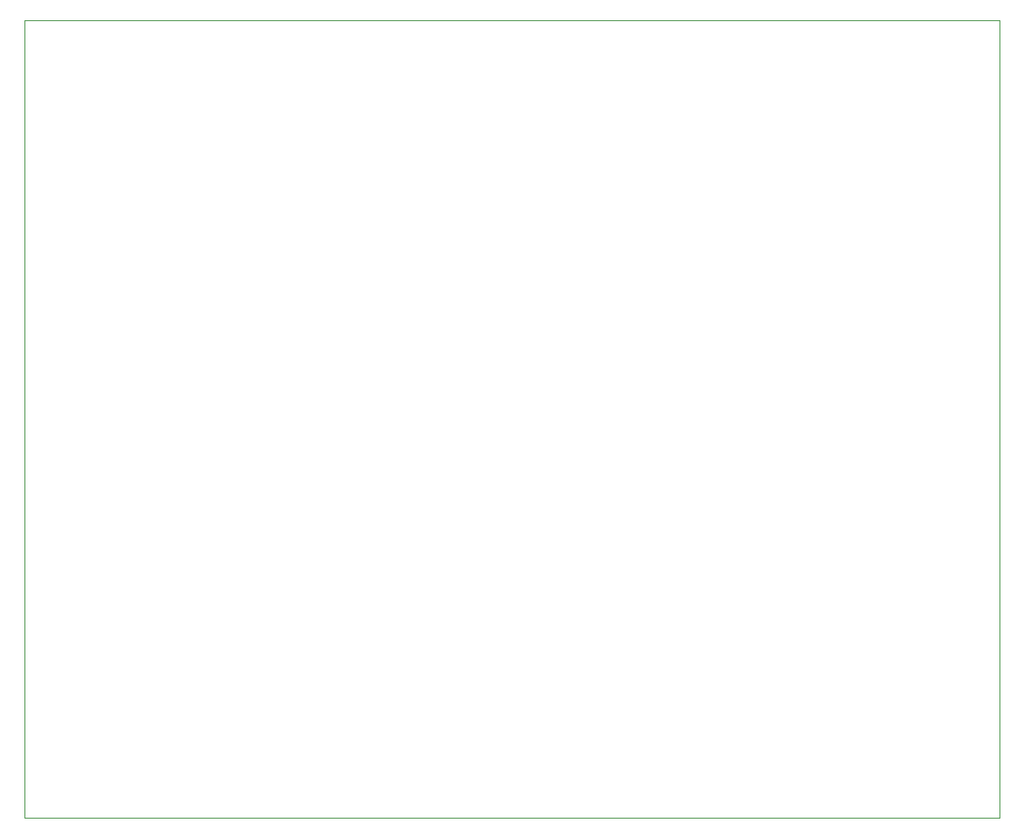
<source format=gbr>
G04 #@! TF.GenerationSoftware,KiCad,Pcbnew,(5.1.2-1)-1*
G04 #@! TF.CreationDate,2019-07-15T09:01:35+02:00*
G04 #@! TF.ProjectId,SmartParallel,536d6172-7450-4617-9261-6c6c656c2e6b,rev?*
G04 #@! TF.SameCoordinates,Original*
G04 #@! TF.FileFunction,Profile,NP*
%FSLAX46Y46*%
G04 Gerber Fmt 4.6, Leading zero omitted, Abs format (unit mm)*
G04 Created by KiCad (PCBNEW (5.1.2-1)-1) date 2019-07-15 09:01:35*
%MOMM*%
%LPD*%
G04 APERTURE LIST*
%ADD10C,0.050000*%
G04 APERTURE END LIST*
D10*
X122809000Y-104902000D02*
X220599000Y-104902000D01*
X122809000Y-24892000D02*
X122809000Y-104902000D01*
X220599000Y-24892000D02*
X122809000Y-24892000D01*
X220599000Y-104902000D02*
X220599000Y-24892000D01*
M02*

</source>
